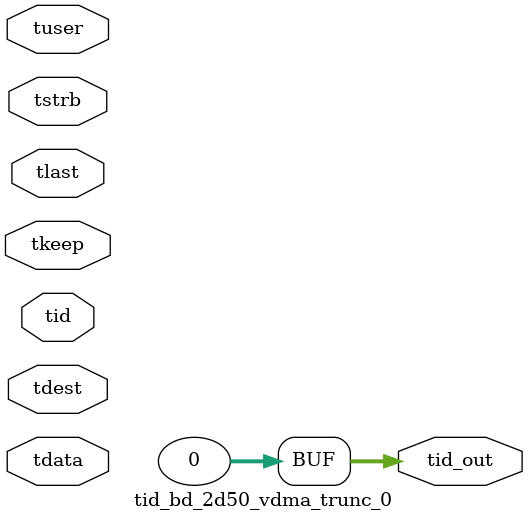
<source format=v>


`timescale 1ps/1ps

module tid_bd_2d50_vdma_trunc_0 #
(
parameter C_S_AXIS_TID_WIDTH   = 1,
parameter C_S_AXIS_TUSER_WIDTH = 0,
parameter C_S_AXIS_TDATA_WIDTH = 0,
parameter C_S_AXIS_TDEST_WIDTH = 0,
parameter C_M_AXIS_TID_WIDTH   = 32
)
(
input  [(C_S_AXIS_TID_WIDTH   == 0 ? 1 : C_S_AXIS_TID_WIDTH)-1:0       ] tid,
input  [(C_S_AXIS_TDATA_WIDTH == 0 ? 1 : C_S_AXIS_TDATA_WIDTH)-1:0     ] tdata,
input  [(C_S_AXIS_TUSER_WIDTH == 0 ? 1 : C_S_AXIS_TUSER_WIDTH)-1:0     ] tuser,
input  [(C_S_AXIS_TDEST_WIDTH == 0 ? 1 : C_S_AXIS_TDEST_WIDTH)-1:0     ] tdest,
input  [(C_S_AXIS_TDATA_WIDTH/8)-1:0 ] tkeep,
input  [(C_S_AXIS_TDATA_WIDTH/8)-1:0 ] tstrb,
input                                                                    tlast,
output [(C_M_AXIS_TID_WIDTH   == 0 ? 1 : C_M_AXIS_TID_WIDTH)-1:0       ] tid_out
);

assign tid_out = {1'b0};

endmodule


</source>
